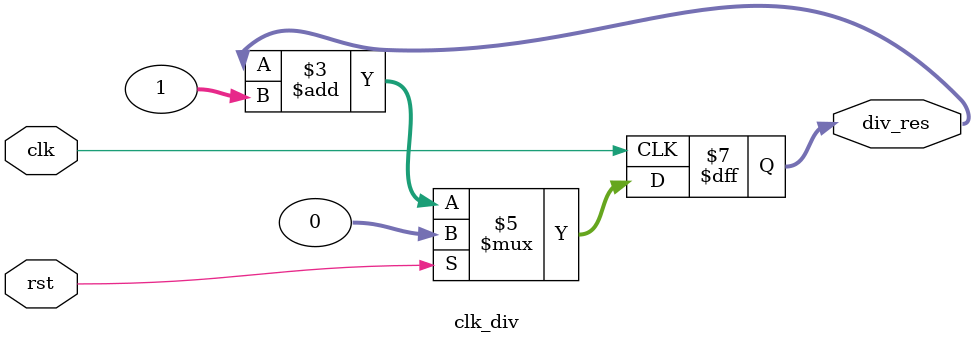
<source format=v>
module clk_div(
    input               clk,
    input               rst, // Active-high
    output reg [31:0]   div_res
);

    always @(posedge clk) begin     // When postive edge of `clk` comes
        if(rst == 1'b1) begin
            div_res <= 32'b0;
        end else begin
            div_res <= div_res + 32'b1;  // Increase `div_res` by 1
        end
    end

endmodule
</source>
